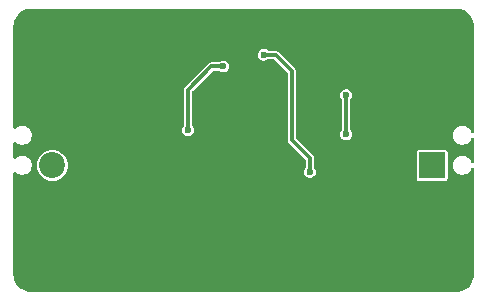
<source format=gbr>
%TF.GenerationSoftware,KiCad,Pcbnew,8.0.1*%
%TF.CreationDate,2025-05-13T16:21:41+05:45*%
%TF.ProjectId,12V-5V_buck_converter,3132562d-3556-45f6-9275-636b5f636f6e,rev?*%
%TF.SameCoordinates,Original*%
%TF.FileFunction,Copper,L2,Bot*%
%TF.FilePolarity,Positive*%
%FSLAX46Y46*%
G04 Gerber Fmt 4.6, Leading zero omitted, Abs format (unit mm)*
G04 Created by KiCad (PCBNEW 8.0.1) date 2025-05-13 16:21:41*
%MOMM*%
%LPD*%
G01*
G04 APERTURE LIST*
%TA.AperFunction,ComponentPad*%
%ADD10C,2.600000*%
%TD*%
%TA.AperFunction,ConnectorPad*%
%ADD11C,3.800000*%
%TD*%
%TA.AperFunction,ComponentPad*%
%ADD12R,2.200000X2.200000*%
%TD*%
%TA.AperFunction,ComponentPad*%
%ADD13C,2.200000*%
%TD*%
%TA.AperFunction,ViaPad*%
%ADD14C,0.600000*%
%TD*%
%TA.AperFunction,Conductor*%
%ADD15C,0.300000*%
%TD*%
G04 APERTURE END LIST*
D10*
%TO.P,H3,1,1*%
%TO.N,GND*%
X51000000Y-36000000D03*
D11*
X51000000Y-36000000D03*
%TD*%
D12*
%TO.P,J2,1,Pin_1*%
%TO.N,GND*%
X17800000Y-25230000D03*
D13*
%TO.P,J2,2,Pin_2*%
%TO.N,/Vin*%
X17800000Y-27770000D03*
%TD*%
D10*
%TO.P,H2,1,1*%
%TO.N,GND*%
X17000000Y-36000000D03*
D11*
X17000000Y-36000000D03*
%TD*%
D10*
%TO.P,H1,1,1*%
%TO.N,GND*%
X17000000Y-17000000D03*
D11*
X17000000Y-17000000D03*
%TD*%
D10*
%TO.P,H4,1,1*%
%TO.N,GND*%
X51000000Y-17000000D03*
D11*
X51000000Y-17000000D03*
%TD*%
D12*
%TO.P,J1,1,Pin_1*%
%TO.N,/Vout*%
X49960000Y-27770000D03*
D13*
%TO.P,J1,2,Pin_2*%
%TO.N,GND*%
X49960000Y-25230000D03*
%TD*%
D14*
%TO.N,/Vin*%
X32285000Y-19400000D03*
X29285000Y-24800000D03*
%TO.N,GND*%
X34290000Y-33670875D03*
X41148000Y-22098000D03*
X34036000Y-26939875D03*
X34036000Y-23256875D03*
X27432000Y-36560125D03*
X24003000Y-30527625D03*
X24003000Y-36496625D03*
X47752000Y-20193000D03*
X27432000Y-33766125D03*
X27178000Y-16748125D03*
X37465000Y-16700500D03*
X40894000Y-20145375D03*
X48006000Y-30607000D03*
X29972000Y-23114000D03*
X34290000Y-30495875D03*
X48006000Y-36576000D03*
X28194000Y-22098000D03*
X21082000Y-30511750D03*
X47752000Y-16764000D03*
X44069000Y-22352000D03*
X20574000Y-36480750D03*
X33147000Y-23876000D03*
X47752000Y-27051000D03*
X37719000Y-36512500D03*
X34290000Y-36464875D03*
X37465000Y-23304500D03*
X36830000Y-26987500D03*
X40894000Y-16716375D03*
X33147000Y-23114000D03*
X20574000Y-33686750D03*
X24003000Y-33702625D03*
X23749000Y-20113625D03*
X33020000Y-20447000D03*
X44577000Y-36544250D03*
X33147000Y-22352000D03*
X30861000Y-36449000D03*
X27559000Y-22098000D03*
X43434000Y-22352000D03*
X37465000Y-20129500D03*
X23749000Y-16684625D03*
X34036000Y-16652875D03*
X48006000Y-33782000D03*
X32278805Y-20452000D03*
X44323000Y-27019250D03*
X26670000Y-21844000D03*
X20320000Y-16668750D03*
X44577000Y-33750250D03*
X27432000Y-30591125D03*
X20320000Y-23272750D03*
X30607000Y-16637000D03*
X47752000Y-23368000D03*
X26035000Y-21844000D03*
X24384000Y-23368000D03*
X26670000Y-20177125D03*
X44577000Y-30575250D03*
X41148000Y-36528375D03*
X40894000Y-27003375D03*
X44323000Y-16732250D03*
X41783000Y-22098000D03*
X44323000Y-20161250D03*
X21082000Y-20097750D03*
%TO.N,/Vout*%
X35687000Y-18415000D03*
X39610000Y-28334000D03*
X42672000Y-25146000D03*
X42672000Y-21844000D03*
%TD*%
D15*
%TO.N,/Vin*%
X31273000Y-19400000D02*
X32285000Y-19400000D01*
X29285000Y-21388000D02*
X31273000Y-19400000D01*
X29285000Y-24800000D02*
X29285000Y-21388000D01*
%TO.N,/Vout*%
X38100000Y-19812000D02*
X38100000Y-25654000D01*
X38100000Y-25654000D02*
X39610000Y-27164000D01*
X39610000Y-27164000D02*
X39610000Y-28334000D01*
X35687000Y-18415000D02*
X36703000Y-18415000D01*
X42672000Y-25146000D02*
X42672000Y-21844000D01*
X36703000Y-18415000D02*
X38100000Y-19812000D01*
%TD*%
%TA.AperFunction,Conductor*%
%TO.N,GND*%
G36*
X52004418Y-14500816D02*
G01*
X52204561Y-14515130D01*
X52222063Y-14517647D01*
X52413797Y-14559355D01*
X52430755Y-14564334D01*
X52614609Y-14632909D01*
X52630701Y-14640259D01*
X52802904Y-14734288D01*
X52817784Y-14743849D01*
X52974867Y-14861441D01*
X52988237Y-14873027D01*
X53126972Y-15011762D01*
X53138558Y-15025132D01*
X53256146Y-15182210D01*
X53265711Y-15197095D01*
X53359740Y-15369298D01*
X53367090Y-15385390D01*
X53435662Y-15569236D01*
X53440646Y-15586212D01*
X53482351Y-15777931D01*
X53484869Y-15795442D01*
X53499184Y-15995580D01*
X53499500Y-16004427D01*
X53499500Y-24927809D01*
X53479815Y-24994848D01*
X53427011Y-25040603D01*
X53357853Y-25050547D01*
X53294297Y-25021522D01*
X53260939Y-24975261D01*
X53209397Y-24850827D01*
X53209390Y-24850814D01*
X53121789Y-24719711D01*
X53121786Y-24719707D01*
X53010292Y-24608213D01*
X53010288Y-24608210D01*
X52879185Y-24520609D01*
X52879172Y-24520602D01*
X52733501Y-24460264D01*
X52733489Y-24460261D01*
X52578845Y-24429500D01*
X52578842Y-24429500D01*
X52421158Y-24429500D01*
X52421155Y-24429500D01*
X52266510Y-24460261D01*
X52266498Y-24460264D01*
X52120827Y-24520602D01*
X52120814Y-24520609D01*
X51989711Y-24608210D01*
X51989707Y-24608213D01*
X51878213Y-24719707D01*
X51878210Y-24719711D01*
X51790609Y-24850814D01*
X51790602Y-24850827D01*
X51730264Y-24996498D01*
X51730261Y-24996510D01*
X51699500Y-25151153D01*
X51699500Y-25308846D01*
X51730261Y-25463489D01*
X51730264Y-25463501D01*
X51790602Y-25609172D01*
X51790609Y-25609185D01*
X51878210Y-25740288D01*
X51878212Y-25740291D01*
X51989707Y-25851786D01*
X51989711Y-25851789D01*
X52120814Y-25939390D01*
X52120827Y-25939397D01*
X52266498Y-25999735D01*
X52266503Y-25999737D01*
X52421153Y-26030499D01*
X52421156Y-26030500D01*
X52421158Y-26030500D01*
X52578844Y-26030500D01*
X52578845Y-26030499D01*
X52733497Y-25999737D01*
X52879179Y-25939394D01*
X53010289Y-25851789D01*
X53053850Y-25808228D01*
X53121788Y-25740291D01*
X53121789Y-25740289D01*
X53209394Y-25609179D01*
X53260939Y-25484738D01*
X53304779Y-25430334D01*
X53371074Y-25408269D01*
X53438773Y-25425548D01*
X53486384Y-25476685D01*
X53499500Y-25532190D01*
X53499500Y-27467809D01*
X53479815Y-27534848D01*
X53427011Y-27580603D01*
X53357853Y-27590547D01*
X53294297Y-27561522D01*
X53260939Y-27515261D01*
X53209397Y-27390827D01*
X53209390Y-27390814D01*
X53121789Y-27259711D01*
X53121786Y-27259707D01*
X53010292Y-27148213D01*
X53010288Y-27148210D01*
X52879185Y-27060609D01*
X52879172Y-27060602D01*
X52733501Y-27000264D01*
X52733489Y-27000261D01*
X52578845Y-26969500D01*
X52578842Y-26969500D01*
X52421158Y-26969500D01*
X52421155Y-26969500D01*
X52266510Y-27000261D01*
X52266498Y-27000264D01*
X52120827Y-27060602D01*
X52120814Y-27060609D01*
X51989711Y-27148210D01*
X51989707Y-27148213D01*
X51878213Y-27259707D01*
X51878210Y-27259711D01*
X51790609Y-27390814D01*
X51790602Y-27390827D01*
X51730264Y-27536498D01*
X51730261Y-27536510D01*
X51699500Y-27691153D01*
X51699500Y-27848846D01*
X51730261Y-28003489D01*
X51730264Y-28003501D01*
X51790602Y-28149172D01*
X51790609Y-28149185D01*
X51878210Y-28280288D01*
X51878213Y-28280292D01*
X51989707Y-28391786D01*
X51989711Y-28391789D01*
X52120814Y-28479390D01*
X52120827Y-28479397D01*
X52266498Y-28539735D01*
X52266503Y-28539737D01*
X52421153Y-28570499D01*
X52421156Y-28570500D01*
X52421158Y-28570500D01*
X52578844Y-28570500D01*
X52578845Y-28570499D01*
X52733497Y-28539737D01*
X52879179Y-28479394D01*
X53010289Y-28391789D01*
X53121789Y-28280289D01*
X53209394Y-28149179D01*
X53260939Y-28024738D01*
X53304779Y-27970334D01*
X53371074Y-27948269D01*
X53438773Y-27965548D01*
X53486384Y-28016685D01*
X53499500Y-28072190D01*
X53499500Y-36995572D01*
X53499184Y-37004419D01*
X53484869Y-37204557D01*
X53482351Y-37222068D01*
X53440646Y-37413787D01*
X53435662Y-37430763D01*
X53367090Y-37614609D01*
X53359740Y-37630701D01*
X53265711Y-37802904D01*
X53256146Y-37817789D01*
X53138558Y-37974867D01*
X53126972Y-37988237D01*
X52988237Y-38126972D01*
X52974867Y-38138558D01*
X52817789Y-38256146D01*
X52802904Y-38265711D01*
X52630701Y-38359740D01*
X52614609Y-38367090D01*
X52430763Y-38435662D01*
X52413787Y-38440646D01*
X52222068Y-38482351D01*
X52204557Y-38484869D01*
X52023779Y-38497799D01*
X52004417Y-38499184D01*
X51995572Y-38499500D01*
X16004428Y-38499500D01*
X15995582Y-38499184D01*
X15973622Y-38497613D01*
X15795442Y-38484869D01*
X15777931Y-38482351D01*
X15586212Y-38440646D01*
X15569236Y-38435662D01*
X15385390Y-38367090D01*
X15369298Y-38359740D01*
X15197095Y-38265711D01*
X15182210Y-38256146D01*
X15025132Y-38138558D01*
X15011762Y-38126972D01*
X14873027Y-37988237D01*
X14861441Y-37974867D01*
X14743849Y-37817784D01*
X14734288Y-37802904D01*
X14640259Y-37630701D01*
X14632909Y-37614609D01*
X14572091Y-37451551D01*
X14564334Y-37430755D01*
X14559355Y-37413797D01*
X14517647Y-37222063D01*
X14515130Y-37204556D01*
X14500816Y-37004418D01*
X14500500Y-36995572D01*
X14500500Y-28441941D01*
X14520185Y-28374902D01*
X14572989Y-28329147D01*
X14642147Y-28319203D01*
X14705703Y-28348228D01*
X14712181Y-28354260D01*
X14749707Y-28391786D01*
X14749711Y-28391789D01*
X14880814Y-28479390D01*
X14880827Y-28479397D01*
X15026498Y-28539735D01*
X15026503Y-28539737D01*
X15181153Y-28570499D01*
X15181156Y-28570500D01*
X15181158Y-28570500D01*
X15338844Y-28570500D01*
X15338845Y-28570499D01*
X15493497Y-28539737D01*
X15639179Y-28479394D01*
X15770289Y-28391789D01*
X15881789Y-28280289D01*
X15969394Y-28149179D01*
X16029737Y-28003497D01*
X16060500Y-27848842D01*
X16060500Y-27770001D01*
X16494532Y-27770001D01*
X16514364Y-27996686D01*
X16514366Y-27996697D01*
X16573258Y-28216488D01*
X16573261Y-28216497D01*
X16669431Y-28422732D01*
X16669432Y-28422734D01*
X16799954Y-28609141D01*
X16960858Y-28770045D01*
X16960861Y-28770047D01*
X17147266Y-28900568D01*
X17353504Y-28996739D01*
X17573308Y-29055635D01*
X17735230Y-29069801D01*
X17799998Y-29075468D01*
X17800000Y-29075468D01*
X17800002Y-29075468D01*
X17856796Y-29070499D01*
X18026692Y-29055635D01*
X18246496Y-28996739D01*
X18452734Y-28900568D01*
X18468181Y-28889752D01*
X48659500Y-28889752D01*
X48671131Y-28948229D01*
X48671132Y-28948230D01*
X48715447Y-29014552D01*
X48781769Y-29058867D01*
X48781770Y-29058868D01*
X48840247Y-29070499D01*
X48840250Y-29070500D01*
X48840252Y-29070500D01*
X51079750Y-29070500D01*
X51079751Y-29070499D01*
X51094568Y-29067552D01*
X51138229Y-29058868D01*
X51138229Y-29058867D01*
X51138231Y-29058867D01*
X51204552Y-29014552D01*
X51248867Y-28948231D01*
X51248867Y-28948229D01*
X51248868Y-28948229D01*
X51260499Y-28889752D01*
X51260500Y-28889750D01*
X51260500Y-26650249D01*
X51260499Y-26650247D01*
X51248868Y-26591770D01*
X51248867Y-26591769D01*
X51204552Y-26525447D01*
X51138230Y-26481132D01*
X51138229Y-26481131D01*
X51079752Y-26469500D01*
X51079748Y-26469500D01*
X48840252Y-26469500D01*
X48840247Y-26469500D01*
X48781770Y-26481131D01*
X48781769Y-26481132D01*
X48715447Y-26525447D01*
X48671132Y-26591769D01*
X48671131Y-26591770D01*
X48659500Y-26650247D01*
X48659500Y-28889752D01*
X18468181Y-28889752D01*
X18639139Y-28770047D01*
X18800047Y-28609139D01*
X18930568Y-28422734D01*
X19026739Y-28216496D01*
X19085635Y-27996692D01*
X19105468Y-27770000D01*
X19085635Y-27543308D01*
X19026739Y-27323504D01*
X18930568Y-27117266D01*
X18800047Y-26930861D01*
X18800045Y-26930858D01*
X18639141Y-26769954D01*
X18452734Y-26639432D01*
X18452732Y-26639431D01*
X18246497Y-26543261D01*
X18246488Y-26543258D01*
X18026697Y-26484366D01*
X18026693Y-26484365D01*
X18026692Y-26484365D01*
X18026691Y-26484364D01*
X18026686Y-26484364D01*
X17800002Y-26464532D01*
X17799998Y-26464532D01*
X17573313Y-26484364D01*
X17573302Y-26484366D01*
X17353511Y-26543258D01*
X17353502Y-26543261D01*
X17147267Y-26639431D01*
X17147265Y-26639432D01*
X16960858Y-26769954D01*
X16799954Y-26930858D01*
X16669432Y-27117265D01*
X16669431Y-27117267D01*
X16573261Y-27323502D01*
X16573258Y-27323511D01*
X16514366Y-27543302D01*
X16514364Y-27543313D01*
X16494532Y-27769998D01*
X16494532Y-27770001D01*
X16060500Y-27770001D01*
X16060500Y-27691158D01*
X16060500Y-27691155D01*
X16060499Y-27691153D01*
X16038509Y-27580603D01*
X16029737Y-27536503D01*
X16029735Y-27536498D01*
X15969397Y-27390827D01*
X15969390Y-27390814D01*
X15881789Y-27259711D01*
X15881786Y-27259707D01*
X15770292Y-27148213D01*
X15770288Y-27148210D01*
X15639185Y-27060609D01*
X15639172Y-27060602D01*
X15493501Y-27000264D01*
X15493489Y-27000261D01*
X15338845Y-26969500D01*
X15338842Y-26969500D01*
X15181158Y-26969500D01*
X15181155Y-26969500D01*
X15026510Y-27000261D01*
X15026498Y-27000264D01*
X14880827Y-27060602D01*
X14880814Y-27060609D01*
X14749711Y-27148210D01*
X14749707Y-27148213D01*
X14712181Y-27185740D01*
X14650858Y-27219225D01*
X14581166Y-27214241D01*
X14525233Y-27172369D01*
X14500816Y-27106905D01*
X14500500Y-27098059D01*
X14500500Y-25901941D01*
X14520185Y-25834902D01*
X14572989Y-25789147D01*
X14642147Y-25779203D01*
X14705703Y-25808228D01*
X14712181Y-25814260D01*
X14749707Y-25851786D01*
X14749711Y-25851789D01*
X14880814Y-25939390D01*
X14880827Y-25939397D01*
X15026498Y-25999735D01*
X15026503Y-25999737D01*
X15181153Y-26030499D01*
X15181156Y-26030500D01*
X15181158Y-26030500D01*
X15338844Y-26030500D01*
X15338845Y-26030499D01*
X15493497Y-25999737D01*
X15639179Y-25939394D01*
X15770289Y-25851789D01*
X15813850Y-25808228D01*
X15881788Y-25740291D01*
X15881789Y-25740289D01*
X15969394Y-25609179D01*
X16029737Y-25463497D01*
X16060500Y-25308842D01*
X16060500Y-25151158D01*
X16060500Y-25151155D01*
X16060499Y-25151153D01*
X16038509Y-25040603D01*
X16029737Y-24996503D01*
X16029735Y-24996498D01*
X15969397Y-24850827D01*
X15969390Y-24850814D01*
X15935437Y-24800000D01*
X28779353Y-24800000D01*
X28799834Y-24942456D01*
X28859622Y-25073371D01*
X28859623Y-25073373D01*
X28953872Y-25182143D01*
X29074947Y-25259953D01*
X29074950Y-25259954D01*
X29074949Y-25259954D01*
X29213036Y-25300499D01*
X29213038Y-25300500D01*
X29213039Y-25300500D01*
X29356962Y-25300500D01*
X29356962Y-25300499D01*
X29495053Y-25259953D01*
X29616128Y-25182143D01*
X29710377Y-25073373D01*
X29770165Y-24942457D01*
X29790647Y-24800000D01*
X29770165Y-24657543D01*
X29710377Y-24526627D01*
X29710374Y-24526623D01*
X29665786Y-24475164D01*
X29636762Y-24411608D01*
X29635500Y-24393963D01*
X29635500Y-21584544D01*
X29655185Y-21517505D01*
X29671819Y-21496863D01*
X31381863Y-19786819D01*
X31443186Y-19753334D01*
X31469544Y-19750500D01*
X31871105Y-19750500D01*
X31938144Y-19770185D01*
X31952312Y-19780790D01*
X31953866Y-19782137D01*
X31953872Y-19782143D01*
X32074947Y-19859953D01*
X32074950Y-19859954D01*
X32074949Y-19859954D01*
X32213036Y-19900499D01*
X32213038Y-19900500D01*
X32213039Y-19900500D01*
X32356962Y-19900500D01*
X32356962Y-19900499D01*
X32495053Y-19859953D01*
X32616128Y-19782143D01*
X32710377Y-19673373D01*
X32770165Y-19542457D01*
X32790647Y-19400000D01*
X32770165Y-19257543D01*
X32710377Y-19126627D01*
X32616128Y-19017857D01*
X32495053Y-18940047D01*
X32495051Y-18940046D01*
X32495049Y-18940045D01*
X32495050Y-18940045D01*
X32356963Y-18899500D01*
X32356961Y-18899500D01*
X32213039Y-18899500D01*
X32213036Y-18899500D01*
X32074949Y-18940045D01*
X31953876Y-19017854D01*
X31953874Y-19017855D01*
X31953872Y-19017857D01*
X31953870Y-19017858D01*
X31952312Y-19019210D01*
X31950427Y-19020070D01*
X31946411Y-19022652D01*
X31946039Y-19022074D01*
X31888757Y-19048237D01*
X31871105Y-19049500D01*
X31226856Y-19049500D01*
X31143073Y-19071948D01*
X31143074Y-19071949D01*
X31137712Y-19073385D01*
X31137708Y-19073387D01*
X31057791Y-19119527D01*
X31057786Y-19119531D01*
X29004531Y-21172786D01*
X29004527Y-21172791D01*
X28958387Y-21252709D01*
X28958386Y-21252712D01*
X28934500Y-21341856D01*
X28934500Y-24393963D01*
X28914815Y-24461002D01*
X28904214Y-24475164D01*
X28859625Y-24526623D01*
X28859622Y-24526628D01*
X28799834Y-24657543D01*
X28779353Y-24800000D01*
X15935437Y-24800000D01*
X15881789Y-24719711D01*
X15881786Y-24719707D01*
X15770292Y-24608213D01*
X15770288Y-24608210D01*
X15639185Y-24520609D01*
X15639172Y-24520602D01*
X15493501Y-24460264D01*
X15493489Y-24460261D01*
X15338845Y-24429500D01*
X15338842Y-24429500D01*
X15181158Y-24429500D01*
X15181155Y-24429500D01*
X15026510Y-24460261D01*
X15026498Y-24460264D01*
X14880827Y-24520602D01*
X14880814Y-24520609D01*
X14749711Y-24608210D01*
X14749707Y-24608213D01*
X14712181Y-24645740D01*
X14650858Y-24679225D01*
X14581166Y-24674241D01*
X14525233Y-24632369D01*
X14500816Y-24566905D01*
X14500500Y-24558059D01*
X14500500Y-18415000D01*
X35181353Y-18415000D01*
X35201834Y-18557456D01*
X35261622Y-18688371D01*
X35261623Y-18688373D01*
X35355872Y-18797143D01*
X35476947Y-18874953D01*
X35476950Y-18874954D01*
X35476949Y-18874954D01*
X35615036Y-18915499D01*
X35615038Y-18915500D01*
X35615039Y-18915500D01*
X35758962Y-18915500D01*
X35758962Y-18915499D01*
X35897053Y-18874953D01*
X36018128Y-18797143D01*
X36018136Y-18797133D01*
X36019688Y-18795790D01*
X36021572Y-18794929D01*
X36025589Y-18792348D01*
X36025960Y-18792925D01*
X36083243Y-18766763D01*
X36100895Y-18765500D01*
X36506456Y-18765500D01*
X36573495Y-18785185D01*
X36594137Y-18801819D01*
X37713181Y-19920862D01*
X37746666Y-19982185D01*
X37749500Y-20008543D01*
X37749500Y-25700146D01*
X37760256Y-25740289D01*
X37760257Y-25740289D01*
X37773386Y-25789289D01*
X37773387Y-25789290D01*
X37819527Y-25869208D01*
X37819531Y-25869213D01*
X39223181Y-27272863D01*
X39256666Y-27334186D01*
X39259500Y-27360544D01*
X39259500Y-27927963D01*
X39239815Y-27995002D01*
X39229214Y-28009164D01*
X39184625Y-28060623D01*
X39184622Y-28060628D01*
X39124834Y-28191543D01*
X39104353Y-28334000D01*
X39124834Y-28476456D01*
X39167783Y-28570499D01*
X39184623Y-28607373D01*
X39278872Y-28716143D01*
X39399947Y-28793953D01*
X39399950Y-28793954D01*
X39399949Y-28793954D01*
X39538036Y-28834499D01*
X39538038Y-28834500D01*
X39538039Y-28834500D01*
X39681962Y-28834500D01*
X39681962Y-28834499D01*
X39820053Y-28793953D01*
X39941128Y-28716143D01*
X40035377Y-28607373D01*
X40095165Y-28476457D01*
X40115647Y-28334000D01*
X40095165Y-28191543D01*
X40035377Y-28060627D01*
X40035374Y-28060623D01*
X39990786Y-28009164D01*
X39961762Y-27945608D01*
X39960500Y-27927963D01*
X39960500Y-27117858D01*
X39960500Y-27117856D01*
X39936614Y-27028712D01*
X39920189Y-27000263D01*
X39890469Y-26948787D01*
X38486819Y-25545137D01*
X38453334Y-25483814D01*
X38450500Y-25457456D01*
X38450500Y-25146000D01*
X42166353Y-25146000D01*
X42186834Y-25288456D01*
X42196146Y-25308846D01*
X42246623Y-25419373D01*
X42340872Y-25528143D01*
X42461947Y-25605953D01*
X42461950Y-25605954D01*
X42461949Y-25605954D01*
X42600036Y-25646499D01*
X42600038Y-25646500D01*
X42600039Y-25646500D01*
X42743962Y-25646500D01*
X42743962Y-25646499D01*
X42882053Y-25605953D01*
X43003128Y-25528143D01*
X43097377Y-25419373D01*
X43157165Y-25288457D01*
X43177647Y-25146000D01*
X43157165Y-25003543D01*
X43097377Y-24872627D01*
X43097374Y-24872623D01*
X43052786Y-24821164D01*
X43023762Y-24757608D01*
X43022500Y-24739963D01*
X43022500Y-22250035D01*
X43042185Y-22182996D01*
X43052782Y-22168837D01*
X43097377Y-22117373D01*
X43157165Y-21986457D01*
X43177647Y-21844000D01*
X43157165Y-21701543D01*
X43097377Y-21570627D01*
X43003128Y-21461857D01*
X42882053Y-21384047D01*
X42882051Y-21384046D01*
X42882049Y-21384045D01*
X42882050Y-21384045D01*
X42743963Y-21343500D01*
X42743961Y-21343500D01*
X42600039Y-21343500D01*
X42600036Y-21343500D01*
X42461949Y-21384045D01*
X42340873Y-21461856D01*
X42246623Y-21570626D01*
X42246622Y-21570628D01*
X42186834Y-21701543D01*
X42166353Y-21844000D01*
X42186834Y-21986456D01*
X42246622Y-22117371D01*
X42246623Y-22117373D01*
X42291213Y-22168833D01*
X42320238Y-22232388D01*
X42321500Y-22250035D01*
X42321500Y-24739963D01*
X42301815Y-24807002D01*
X42291214Y-24821164D01*
X42246625Y-24872623D01*
X42246622Y-24872628D01*
X42186834Y-25003543D01*
X42166353Y-25146000D01*
X38450500Y-25146000D01*
X38450500Y-19765858D01*
X38450500Y-19765856D01*
X38426614Y-19676712D01*
X38426611Y-19676706D01*
X38380473Y-19596794D01*
X38380470Y-19596791D01*
X38380469Y-19596788D01*
X38315212Y-19531531D01*
X36918212Y-18134530D01*
X36918211Y-18134529D01*
X36918208Y-18134527D01*
X36838291Y-18088387D01*
X36838287Y-18088385D01*
X36832926Y-18086949D01*
X36832926Y-18086948D01*
X36764476Y-18068608D01*
X36749144Y-18064500D01*
X36749143Y-18064500D01*
X36100895Y-18064500D01*
X36033856Y-18044815D01*
X36019688Y-18034210D01*
X36018132Y-18032862D01*
X36018128Y-18032857D01*
X35897053Y-17955047D01*
X35897051Y-17955046D01*
X35897049Y-17955045D01*
X35897050Y-17955045D01*
X35758963Y-17914500D01*
X35758961Y-17914500D01*
X35615039Y-17914500D01*
X35615036Y-17914500D01*
X35476949Y-17955045D01*
X35355873Y-18032856D01*
X35261623Y-18141626D01*
X35261622Y-18141628D01*
X35201834Y-18272543D01*
X35181353Y-18415000D01*
X14500500Y-18415000D01*
X14500500Y-16004427D01*
X14500816Y-15995581D01*
X14515130Y-15795443D01*
X14515131Y-15795442D01*
X14515130Y-15795436D01*
X14517646Y-15777938D01*
X14559356Y-15586199D01*
X14564333Y-15569248D01*
X14632911Y-15385385D01*
X14640259Y-15369298D01*
X14702815Y-15254734D01*
X14734291Y-15197089D01*
X14743845Y-15182221D01*
X14861448Y-15025123D01*
X14873020Y-15011769D01*
X15011769Y-14873020D01*
X15025123Y-14861448D01*
X15182221Y-14743845D01*
X15197089Y-14734291D01*
X15369298Y-14640258D01*
X15385385Y-14632911D01*
X15569248Y-14564333D01*
X15586199Y-14559356D01*
X15777938Y-14517646D01*
X15795436Y-14515130D01*
X15995582Y-14500816D01*
X16004428Y-14500500D01*
X16065892Y-14500500D01*
X51934108Y-14500500D01*
X51995572Y-14500500D01*
X52004418Y-14500816D01*
G37*
%TD.AperFunction*%
%TD*%
M02*

</source>
